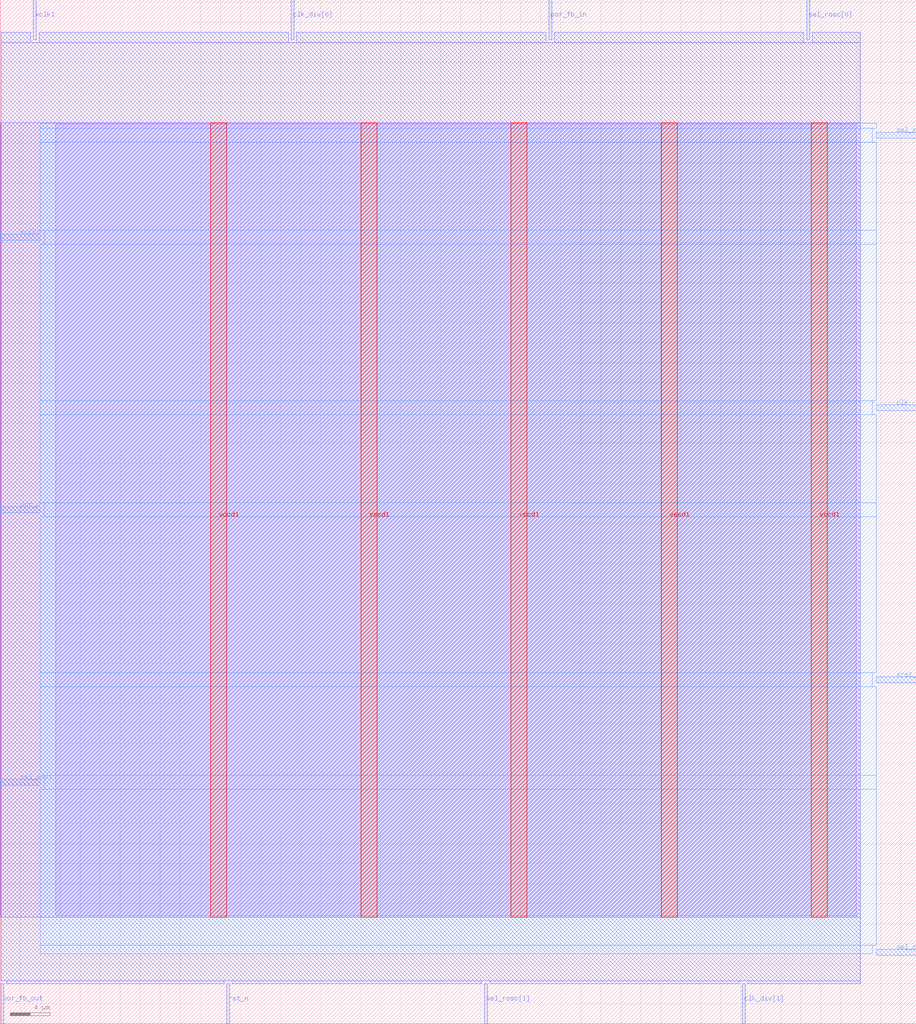
<source format=lef>
VERSION 5.7 ;
  NOWIREEXTENSIONATPIN ON ;
  DIVIDERCHAR "/" ;
  BUSBITCHARS "[]" ;
MACRO MS_CLK_RST
  CLASS BLOCK ;
  FOREIGN MS_CLK_RST ;
  ORIGIN 0.000 0.000 ;
  SIZE 91.530 BY 102.250 ;
  PIN clk
    DIRECTION OUTPUT TRISTATE ;
    USE SIGNAL ;
    ANTENNADIFFAREA 0.340600 ;
    PORT
      LAYER met3 ;
        RECT 87.530 61.240 91.530 61.840 ;
    END
  END clk
  PIN clk_div[0]
    DIRECTION INPUT ;
    USE SIGNAL ;
    ANTENNAGATEAREA 0.747000 ;
    PORT
      LAYER met2 ;
        RECT 29.070 98.250 29.350 102.250 ;
    END
  END clk_div[0]
  PIN clk_div[1]
    DIRECTION INPUT ;
    USE SIGNAL ;
    ANTENNAGATEAREA 0.373500 ;
    PORT
      LAYER met2 ;
        RECT 74.150 0.000 74.430 4.000 ;
    END
  END clk_div[1]
  PIN por_fb_in
    DIRECTION INPUT ;
    USE SIGNAL ;
    ANTENNAGATEAREA 0.576000 ;
    PORT
      LAYER met2 ;
        RECT 54.830 98.250 55.110 102.250 ;
    END
  END por_fb_in
  PIN por_fb_out
    DIRECTION OUTPUT TRISTATE ;
    USE SIGNAL ;
    ANTENNAGATEAREA 0.426000 ;
    ANTENNADIFFAREA 1.590400 ;
    PORT
      LAYER met2 ;
        RECT 0.090 0.000 0.370 4.000 ;
    END
  END por_fb_out
  PIN por_n
    DIRECTION OUTPUT TRISTATE ;
    USE SIGNAL ;
    PORT
      LAYER met3 ;
        RECT 0.000 51.040 4.000 51.640 ;
    END
  END por_n
  PIN rst_n
    DIRECTION OUTPUT TRISTATE ;
    USE SIGNAL ;
    ANTENNADIFFAREA 0.383400 ;
    PORT
      LAYER met2 ;
        RECT 22.630 0.000 22.910 4.000 ;
    END
  END rst_n
  PIN sel_mux0
    DIRECTION INPUT ;
    USE SIGNAL ;
    ANTENNAGATEAREA 0.196500 ;
    PORT
      LAYER met3 ;
        RECT 87.530 6.840 91.530 7.440 ;
    END
  END sel_mux0
  PIN sel_mux1
    DIRECTION INPUT ;
    USE SIGNAL ;
    ANTENNAGATEAREA 0.196500 ;
    PORT
      LAYER met3 ;
        RECT 0.000 23.840 4.000 24.440 ;
    END
  END sel_mux1
  PIN sel_mux2
    DIRECTION INPUT ;
    USE SIGNAL ;
    ANTENNAGATEAREA 0.196500 ;
    PORT
      LAYER met3 ;
        RECT 87.530 88.440 91.530 89.040 ;
    END
  END sel_mux2
  PIN sel_rosc[0]
    DIRECTION INPUT ;
    USE SIGNAL ;
    ANTENNAGATEAREA 0.196500 ;
    PORT
      LAYER met2 ;
        RECT 80.590 98.250 80.870 102.250 ;
    END
  END sel_rosc[0]
  PIN sel_rosc[1]
    DIRECTION INPUT ;
    USE SIGNAL ;
    ANTENNAGATEAREA 0.196500 ;
    PORT
      LAYER met2 ;
        RECT 48.390 0.000 48.670 4.000 ;
    END
  END sel_rosc[1]
  PIN vccd1
    DIRECTION INOUT ;
    USE POWER ;
    PORT
      LAYER met4 ;
        RECT 21.040 10.640 22.640 90.000 ;
    END
    PORT
      LAYER met4 ;
        RECT 51.040 10.640 52.640 90.000 ;
    END
    PORT
      LAYER met4 ;
        RECT 81.040 10.640 82.640 90.000 ;
    END
  END vccd1
  PIN vssd1
    DIRECTION INOUT ;
    USE GROUND ;
    PORT
      LAYER met4 ;
        RECT 36.040 10.640 37.640 90.000 ;
    END
    PORT
      LAYER met4 ;
        RECT 66.040 10.640 67.640 90.000 ;
    END
  END vssd1
  PIN xclk0
    DIRECTION INPUT ;
    USE SIGNAL ;
    ANTENNAGATEAREA 0.196500 ;
    PORT
      LAYER met3 ;
        RECT 0.000 78.240 4.000 78.840 ;
    END
  END xclk0
  PIN xclk1
    DIRECTION INPUT ;
    USE SIGNAL ;
    ANTENNAGATEAREA 0.196500 ;
    PORT
      LAYER met2 ;
        RECT 3.310 98.250 3.590 102.250 ;
    END
  END xclk1
  PIN xrst_n
    DIRECTION INPUT ;
    USE SIGNAL ;
    ANTENNAGATEAREA 0.196500 ;
    PORT
      LAYER met3 ;
        RECT 87.530 34.040 91.530 34.640 ;
    END
  END xrst_n
  OBS
      LAYER li1 ;
        RECT 5.520 10.795 85.560 89.845 ;
      LAYER met1 ;
        RECT 0.070 10.640 85.950 90.000 ;
      LAYER met2 ;
        RECT 0.100 97.970 3.030 99.010 ;
        RECT 3.870 97.970 28.790 99.010 ;
        RECT 29.630 97.970 54.550 99.010 ;
        RECT 55.390 97.970 80.310 99.010 ;
        RECT 81.150 97.970 85.930 99.010 ;
        RECT 0.100 4.280 85.930 97.970 ;
        RECT 0.650 4.000 22.350 4.280 ;
        RECT 23.190 4.000 48.110 4.280 ;
        RECT 48.950 4.000 73.870 4.280 ;
        RECT 74.710 4.000 85.930 4.280 ;
      LAYER met3 ;
        RECT 4.000 89.440 87.530 89.925 ;
        RECT 4.000 88.040 87.130 89.440 ;
        RECT 4.000 79.240 87.530 88.040 ;
        RECT 4.400 77.840 87.530 79.240 ;
        RECT 4.000 62.240 87.530 77.840 ;
        RECT 4.000 60.840 87.130 62.240 ;
        RECT 4.000 52.040 87.530 60.840 ;
        RECT 4.400 50.640 87.530 52.040 ;
        RECT 4.000 35.040 87.530 50.640 ;
        RECT 4.000 33.640 87.130 35.040 ;
        RECT 4.000 24.840 87.530 33.640 ;
        RECT 4.400 23.440 87.530 24.840 ;
        RECT 4.000 7.840 87.530 23.440 ;
        RECT 4.000 6.975 87.130 7.840 ;
  END
END MS_CLK_RST
END LIBRARY


</source>
